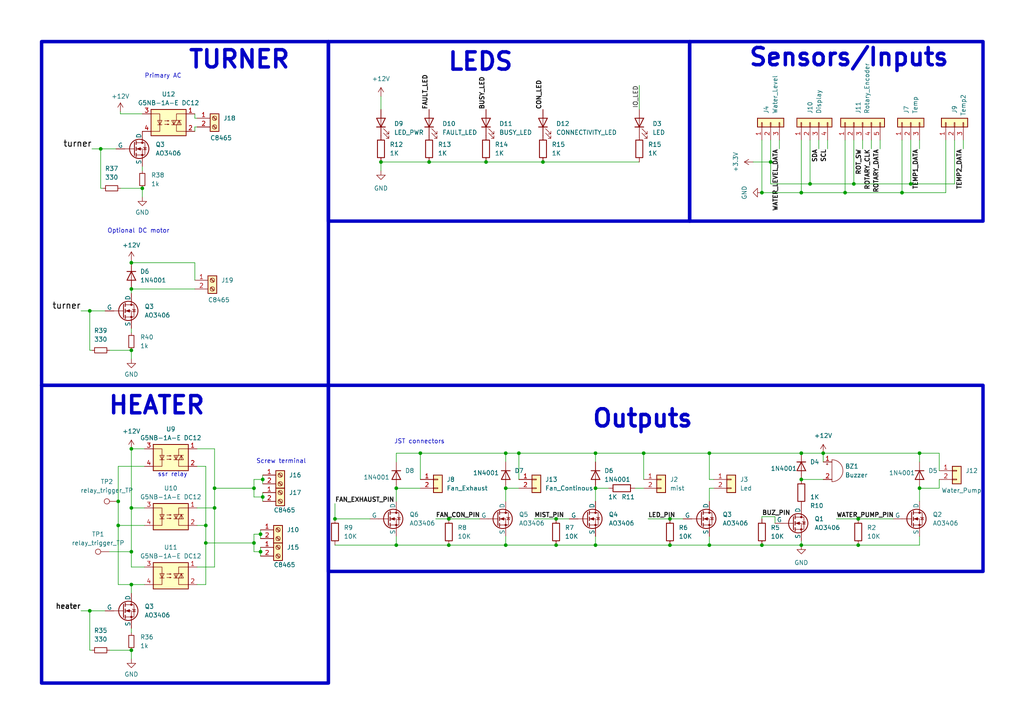
<source format=kicad_sch>
(kicad_sch (version 20230121) (generator eeschema)
  (paper "A4")
  (lib_symbols
    (symbol "Connector:Screw_Terminal_01x02" (pin_names (offset 1.016) hide)
      (property "Reference" "J" (at 0 2.54 0))
      (property "Value" "Screw_Terminal_01x02" (at 0 -5.08 0))
      (symbol "Screw_Terminal_01x02_1_1"
        (rectangle (start -1.27 1.27) (end 1.27 -3.81) (stroke (width 0.254)) (fill (type background)))
        (circle (center 0 -2.54) (radius 0.635) (stroke (width 0.1524)))
        (polyline (pts (xy -0.5334 -2.2098) (xy 0.3302 -3.048)) (stroke (width 0.1524)))
        (polyline (pts (xy -0.5334 0.3302) (xy 0.3302 -0.508)) (stroke (width 0.1524)))
        (polyline (pts (xy -0.3556 -2.032) (xy 0.508 -2.8702)) (stroke (width 0.1524)))
        (polyline (pts (xy -0.3556 0.508) (xy 0.508 -0.3302)) (stroke (width 0.1524)))
        (circle (center 0 0) (radius 0.635) (stroke (width 0.1524)))
        (pin passive line (at -5.08 0 0) (length 3.81) (name "Pin_1") (number "1"))
        (pin passive line (at -5.08 -2.54 0) (length 3.81) (name "Pin_2") (number "2"))
      )
    )
    (symbol "Connector:TestPoint" (pin_numbers hide) (pin_names (offset 0.762) hide)
      (property "Reference" "TP" (at 0 6.858 0))
      (property "Value" "TestPoint" (at 0 5.08 0))
      (symbol "TestPoint_0_1"
        (circle (center 0 3.302) (radius 0.762))
      )
      (symbol "TestPoint_1_1"
        (pin passive line (at 0 0 90) (length 2.54) (name "1") (number "1"))
      )
    )
    (symbol "Connector_Generic:Conn_01x02" (pin_names (offset 1.016) hide)
      (property "Reference" "J" (at 0 2.54 0))
      (property "Value" "Conn_01x02" (at 0 -5.08 0))
      (symbol "Conn_01x02_1_1"
        (rectangle (start -1.27 -2.413) (end 0 -2.667) (stroke (width 0.1524)))
        (rectangle (start -1.27 0.127) (end 0 -0.127) (stroke (width 0.1524)))
        (rectangle (start -1.27 1.27) (end 1.27 -3.81) (stroke (width 0.254)) (fill (type background)))
        (pin passive line (at -5.08 0 0) (length 3.81) (name "Pin_1") (number "1"))
        (pin passive line (at -5.08 -2.54 0) (length 3.81) (name "Pin_2") (number "2"))
      )
    )
    (symbol "Connector_Generic:Conn_01x03" (pin_names (offset 1.016) hide)
      (property "Reference" "J" (at 0 5.08 0))
      (property "Value" "Conn_01x03" (at 0 -5.08 0))
      (symbol "Conn_01x03_1_1"
        (rectangle (start -1.27 -2.413) (end 0 -2.667) (stroke (width 0.1524)))
        (rectangle (start -1.27 0.127) (end 0 -0.127) (stroke (width 0.1524)))
        (rectangle (start -1.27 2.667) (end 0 2.413) (stroke (width 0.1524)))
        (rectangle (start -1.27 3.81) (end 1.27 -3.81) (stroke (width 0.254)) (fill (type background)))
        (pin passive line (at -5.08 2.54 0) (length 3.81) (name "Pin_1") (number "1"))
        (pin passive line (at -5.08 0 0) (length 3.81) (name "Pin_2") (number "2"))
        (pin passive line (at -5.08 -2.54 0) (length 3.81) (name "Pin_3") (number "3"))
      )
    )
    (symbol "Connector_Generic:Conn_01x04" (pin_names (offset 1.016) hide)
      (property "Reference" "J" (at 0 5.08 0))
      (property "Value" "Conn_01x04" (at 0 -7.62 0))
      (symbol "Conn_01x04_1_1"
        (rectangle (start -1.27 -4.953) (end 0 -5.207) (stroke (width 0.1524)))
        (rectangle (start -1.27 -2.413) (end 0 -2.667) (stroke (width 0.1524)))
        (rectangle (start -1.27 0.127) (end 0 -0.127) (stroke (width 0.1524)))
        (rectangle (start -1.27 2.667) (end 0 2.413) (stroke (width 0.1524)))
        (rectangle (start -1.27 3.81) (end 1.27 -6.35) (stroke (width 0.254)) (fill (type background)))
        (pin passive line (at -5.08 2.54 0) (length 3.81) (name "Pin_1") (number "1"))
        (pin passive line (at -5.08 0 0) (length 3.81) (name "Pin_2") (number "2"))
        (pin passive line (at -5.08 -2.54 0) (length 3.81) (name "Pin_3") (number "3"))
        (pin passive line (at -5.08 -5.08 0) (length 3.81) (name "Pin_4") (number "4"))
      )
    )
    (symbol "Connector_Generic:Conn_01x05" (pin_names (offset 1.016) hide)
      (property "Reference" "J" (at 0 7.62 0))
      (property "Value" "Conn_01x05" (at 0 -7.62 0))
      (symbol "Conn_01x05_1_1"
        (rectangle (start -1.27 -4.953) (end 0 -5.207) (stroke (width 0.1524)))
        (rectangle (start -1.27 -2.413) (end 0 -2.667) (stroke (width 0.1524)))
        (rectangle (start -1.27 0.127) (end 0 -0.127) (stroke (width 0.1524)))
        (rectangle (start -1.27 2.667) (end 0 2.413) (stroke (width 0.1524)))
        (rectangle (start -1.27 5.207) (end 0 4.953) (stroke (width 0.1524)))
        (rectangle (start -1.27 6.35) (end 1.27 -6.35) (stroke (width 0.254)) (fill (type background)))
        (pin passive line (at -5.08 5.08 0) (length 3.81) (name "Pin_1") (number "1"))
        (pin passive line (at -5.08 2.54 0) (length 3.81) (name "Pin_2") (number "2"))
        (pin passive line (at -5.08 0 0) (length 3.81) (name "Pin_3") (number "3"))
        (pin passive line (at -5.08 -2.54 0) (length 3.81) (name "Pin_4") (number "4"))
        (pin passive line (at -5.08 -5.08 0) (length 3.81) (name "Pin_5") (number "5"))
      )
    )
    (symbol "Device:Buzzer" (pin_names (offset 0.0254) hide)
      (property "Reference" "BZ" (at 3.81 1.27 0))
      (property "Value" "Buzzer" (at 3.81 -1.27 0))
      (symbol "Buzzer_0_1"
        (arc (start 0 -3.175) (mid 3.1612 0) (end 0 3.175))
        (polyline (pts (xy -1.651 1.905) (xy -1.143 1.905)))
        (polyline (pts (xy -1.397 2.159) (xy -1.397 1.651)))
        (polyline (pts (xy 0 3.175) (xy 0 -3.175)))
      )
      (symbol "Buzzer_1_1"
        (pin passive line (at -2.54 2.54 0) (length 2.54) (name "-") (number "1"))
        (pin passive line (at -2.54 -2.54 0) (length 2.54) (name "+") (number "2"))
      )
    )
    (symbol "Device:LED" (pin_numbers hide) (pin_names (offset 1.016) hide)
      (property "Reference" "D" (at 0 2.54 0))
      (property "Value" "LED" (at 0 -2.54 0))
      (symbol "LED_0_1"
        (polyline (pts (xy -1.27 -1.27) (xy -1.27 1.27)) (stroke (width 0.254)))
        (polyline (pts (xy -1.27 0) (xy 1.27 0)))
        (polyline (pts (xy 1.27 -1.27) (xy 1.27 1.27) (xy -1.27 0) (xy 1.27 -1.27)) (stroke (width 0.254)))
        (polyline (pts (xy -3.048 -0.762) (xy -4.572 -2.286) (xy -3.81 -2.286) (xy -4.572 -2.286) (xy -4.572 -1.524)))
        (polyline (pts (xy -1.778 -0.762) (xy -3.302 -2.286) (xy -2.54 -2.286) (xy -3.302 -2.286) (xy -3.302 -1.524)))
      )
      (symbol "LED_1_1"
        (pin passive line (at -3.81 0 0) (length 2.54) (name "K") (number "1"))
        (pin passive line (at 3.81 0 180) (length 2.54) (name "A") (number "2"))
      )
    )
    (symbol "Device:R" (pin_numbers hide) (pin_names (offset 0))
      (property "Reference" "R" (at 2.032 0 90))
      (property "Value" "R" (at 0 0 90))
      (symbol "R_0_1"
        (rectangle (start -1.016 -2.54) (end 1.016 2.54) (stroke (width 0.254)))
      )
      (symbol "R_1_1"
        (pin passive line (at 0 3.81 270) (length 1.27) (name "~") (number "1"))
        (pin passive line (at 0 -3.81 90) (length 1.27) (name "~") (number "2"))
      )
    )
    (symbol "Device:R_Small" (pin_numbers hide) (pin_names (offset 0.254) hide)
      (property "Reference" "R" (at 0.762 0.508 0))
      (property "Value" "R_Small" (at 0.762 -1.016 0))
      (symbol "R_Small_0_1"
        (rectangle (start -0.762 1.778) (end 0.762 -1.778) (stroke (width 0.2032)))
      )
      (symbol "R_Small_1_1"
        (pin passive line (at 0 2.54 270) (length 0.762) (name "~") (number "1"))
        (pin passive line (at 0 -2.54 90) (length 0.762) (name "~") (number "2"))
      )
    )
    (symbol "Diode:1N4001" (pin_numbers hide) (pin_names hide)
      (property "Reference" "D" (at 0 2.54 0))
      (property "Value" "1N4001" (at 0 -2.54 0))
      (symbol "1N4001_0_1"
        (polyline (pts (xy -1.27 1.27) (xy -1.27 -1.27)) (stroke (width 0.254)))
        (polyline (pts (xy 1.27 0) (xy -1.27 0)))
        (polyline (pts (xy 1.27 1.27) (xy 1.27 -1.27) (xy -1.27 0) (xy 1.27 1.27)) (stroke (width 0.254)))
      )
      (symbol "1N4001_1_1"
        (pin passive line (at -3.81 0 0) (length 2.54) (name "K") (number "1"))
        (pin passive line (at 3.81 0 180) (length 2.54) (name "A") (number "2"))
      )
    )
    (symbol "Relay_SolidState:S102S01"
      (property "Reference" "U" (at -5.08 5.08 0))
      (property "Value" "S102S01" (at 0 5.08 0))
      (symbol "S102S01_0_1"
        (rectangle (start -5.08 3.81) (end 5.08 -3.81) (stroke (width 0.254)) (fill (type background)))
        (polyline (pts (xy -3.175 -0.635) (xy -1.905 -0.635)))
        (polyline (pts (xy 1.524 -0.635) (xy 1.524 0.635)))
        (polyline (pts (xy 3.048 0.635) (xy 3.048 -0.635)))
        (polyline (pts (xy 2.286 -0.635) (xy 2.286 -2.54) (xy 5.08 -2.54)))
        (polyline (pts (xy 2.286 0.635) (xy 2.286 2.54) (xy 5.08 2.54)))
        (polyline (pts (xy -5.08 2.54) (xy -2.54 2.54) (xy -2.54 -2.54) (xy -5.08 -2.54)))
        (polyline (pts (xy -2.54 -0.635) (xy -3.175 0.635) (xy -1.905 0.635) (xy -2.54 -0.635)))
        (polyline (pts (xy 0.889 -0.635) (xy 3.683 -0.635) (xy 3.048 0.635) (xy 2.413 -0.635)))
        (polyline (pts (xy 3.683 0.635) (xy 0.889 0.635) (xy 1.524 -0.635) (xy 2.159 0.635)))
        (polyline (pts (xy -1.143 -0.508) (xy 0.127 -0.508) (xy -0.254 -0.635) (xy -0.254 -0.381) (xy 0.127 -0.508)))
        (polyline (pts (xy -1.143 0.508) (xy 0.127 0.508) (xy -0.254 0.381) (xy -0.254 0.635) (xy 0.127 0.508)))
      )
      (symbol "S102S01_1_1"
        (pin passive line (at 7.62 2.54 180) (length 2.54) (name "~") (number "1"))
        (pin passive line (at 7.62 -2.54 180) (length 2.54) (name "~") (number "2"))
        (pin passive line (at -7.62 2.54 0) (length 2.54) (name "~") (number "3"))
        (pin passive line (at -7.62 -2.54 0) (length 2.54) (name "~") (number "4"))
      )
    )
    (symbol "Simulation_SPICE:NMOS" (pin_numbers hide) (pin_names (offset 0))
      (property "Reference" "Q" (at 5.08 1.27 0))
      (property "Value" "NMOS" (at 5.08 -1.27 0))
      (symbol "NMOS_0_1"
        (polyline (pts (xy 0.254 0) (xy -2.54 0)))
        (polyline (pts (xy 0.254 1.905) (xy 0.254 -1.905)) (stroke (width 0.254)))
        (polyline (pts (xy 0.762 -1.27) (xy 0.762 -2.286)) (stroke (width 0.254)))
        (polyline (pts (xy 0.762 0.508) (xy 0.762 -0.508)) (stroke (width 0.254)))
        (polyline (pts (xy 0.762 2.286) (xy 0.762 1.27)) (stroke (width 0.254)))
        (polyline (pts (xy 2.54 2.54) (xy 2.54 1.778)))
        (polyline (pts (xy 2.54 -2.54) (xy 2.54 0) (xy 0.762 0)))
        (polyline (pts (xy 0.762 -1.778) (xy 3.302 -1.778) (xy 3.302 1.778) (xy 0.762 1.778)))
        (polyline (pts (xy 1.016 0) (xy 2.032 0.381) (xy 2.032 -0.381) (xy 1.016 0)) (fill (type outline)))
        (polyline (pts (xy 2.794 0.508) (xy 2.921 0.381) (xy 3.683 0.381) (xy 3.81 0.254)))
        (polyline (pts (xy 3.302 0.381) (xy 2.921 -0.254) (xy 3.683 -0.254) (xy 3.302 0.381)))
        (circle (center 1.651 0) (radius 2.794) (stroke (width 0.254)))
        (circle (center 2.54 -1.778) (radius 0.254) (fill (type outline)))
        (circle (center 2.54 1.778) (radius 0.254) (fill (type outline)))
      )
      (symbol "NMOS_1_1"
        (pin passive line (at 2.54 5.08 270) (length 2.54) (name "D") (number "1"))
        (pin input line (at -5.08 0 0) (length 2.54) (name "G") (number "2"))
        (pin passive line (at 2.54 -5.08 90) (length 2.54) (name "S") (number "3"))
      )
    )
    (symbol "power:+12V" (power) (pin_names (offset 0))
      (property "Value" "+12V" (at 0 3.556 0))
      (symbol "+12V_0_1"
        (polyline (pts (xy -0.762 1.27) (xy 0 2.54)))
        (polyline (pts (xy 0 0) (xy 0 2.54)))
        (polyline (pts (xy 0 2.54) (xy 0.762 1.27)))
      )
      (symbol "+12V_1_1"
        (pin power_in line (at 0 0 90) (length 0) hide (name "+12V") (number "1"))
      )
    )
    (symbol "power:+3.3V" (power) (pin_names (offset 0))
      (property "Value" "+3.3V" (at 0 3.556 0))
      (symbol "+3.3V_0_1"
        (polyline (pts (xy -0.762 1.27) (xy 0 2.54)))
        (polyline (pts (xy 0 0) (xy 0 2.54)))
        (polyline (pts (xy 0 2.54) (xy 0.762 1.27)))
      )
      (symbol "+3.3V_1_1"
        (pin power_in line (at 0 0 90) (length 0) hide (name "+3.3V") (number "1"))
      )
    )
    (symbol "power:GND" (power) (pin_names (offset 0))
      (property "Value" "GND" (at 0 -3.81 0))
      (symbol "GND_0_1"
        (polyline (pts (xy 0 0) (xy 0 -1.27) (xy 1.27 -1.27) (xy 0 -2.54) (xy -1.27 -1.27) (xy 0 -1.27)))
      )
      (symbol "GND_1_1"
        (pin power_in line (at 0 0 270) (length 0) hide (name "GND") (number "1"))
      )
    )
  )
  (junction (at 38.1 130.175))
  (junction (at 75.565 154.94))
  (junction (at 248.92 158.115))
  (junction (at 38.1 169.545))
  (junction (at 41.275 54.61))
  (junction (at 186.69 131.445))
  (junction (at 130.175 150.495))
  (junction (at 76.2 139.065))
  (junction (at 194.31 158.115))
  (junction (at 232.41 158.115))
  (junction (at 26.035 177.165))
  (junction (at 110.49 46.99))
  (junction (at 146.685 158.115))
  (junction (at 266.7 131.445))
  (junction (at 75.565 160.02))
  (junction (at 238.76 131.445))
  (junction (at 76.2 144.145))
  (junction (at 205.74 158.115))
  (junction (at 29.21 43.18))
  (junction (at 172.72 158.115))
  (junction (at 124.46 46.99))
  (junction (at 26.035 90.17))
  (junction (at 146.685 131.445))
  (junction (at 59.69 152.4))
  (junction (at 140.97 46.99))
  (junction (at 38.1 101.6))
  (junction (at 266.7 141.605))
  (junction (at 130.175 158.115))
  (junction (at 73.66 141.605))
  (junction (at 161.29 150.495))
  (junction (at 114.935 158.115))
  (junction (at 232.41 131.445))
  (junction (at 223.52 46.99))
  (junction (at 62.23 141.605))
  (junction (at 121.92 131.445))
  (junction (at 172.72 131.445))
  (junction (at 97.155 150.495))
  (junction (at 161.29 158.115))
  (junction (at 232.41 55.88))
  (junction (at 261.62 55.88))
  (junction (at 220.98 55.88))
  (junction (at 220.98 158.115))
  (junction (at 234.95 53.34))
  (junction (at 62.23 147.32))
  (junction (at 232.41 139.065))
  (junction (at 38.1 76.2))
  (junction (at 247.65 53.34))
  (junction (at 59.69 157.48))
  (junction (at 146.685 141.605))
  (junction (at 248.92 150.495))
  (junction (at 264.16 53.34))
  (junction (at 114.935 141.605))
  (junction (at 38.1 147.32))
  (junction (at 194.31 150.495))
  (junction (at 157.48 46.99))
  (junction (at 38.1 83.82))
  (junction (at 150.495 131.445))
  (junction (at 38.1 188.595))
  (junction (at 73.66 157.48))
  (junction (at 38.1 160.02))
  (junction (at 205.74 131.445))
  (junction (at 34.29 145.415))
  (junction (at 245.11 55.88))
  (junction (at 172.72 141.605))
  (junction (at 34.29 152.4))
  (wire (pts (xy 26.67 43.18) (xy 29.21 43.18)))
  (wire (pts (xy 76.2 142.875) (xy 76.2 144.145)))
  (wire (pts (xy 185.42 46.99) (xy 157.48 46.99)))
  (wire (pts (xy 114.935 131.445) (xy 121.92 131.445)))
  (wire (pts (xy 38.1 188.595) (xy 38.1 191.135)))
  (wire (pts (xy 38.1 83.82) (xy 38.1 85.09)))
  (wire (pts (xy 264.16 40.64) (xy 264.16 53.34)))
  (wire (pts (xy 264.16 53.34) (xy 247.65 53.34)))
  (wire (pts (xy 38.1 96.52) (xy 38.1 95.25)))
  (wire (pts (xy 62.23 141.605) (xy 62.23 147.32)))
  (wire (pts (xy 29.21 43.18) (xy 29.21 54.61)))
  (wire (pts (xy 62.23 147.32) (xy 62.23 164.465)))
  (wire (pts (xy 62.23 130.175) (xy 57.15 130.175)))
  (wire (pts (xy 38.1 101.6) (xy 38.1 104.14)))
  (wire (pts (xy 34.925 33.02) (xy 34.925 32.385)))
  (wire (pts (xy 276.86 53.34) (xy 264.16 53.34)))
  (wire (pts (xy 232.41 55.88) (xy 220.98 55.88)))
  (wire (pts (xy 252.73 43.18) (xy 252.73 40.64)))
  (wire (pts (xy 73.66 141.605) (xy 73.66 139.065)))
  (wire (pts (xy 62.23 130.175) (xy 62.23 141.605)))
  (wire (pts (xy 124.46 46.99) (xy 140.97 46.99)))
  (wire (pts (xy 110.49 27.94) (xy 110.49 31.75)))
  (wire (pts (xy 56.515 83.82) (xy 38.1 83.82)))
  (wire (pts (xy 31.75 160.02) (xy 38.1 160.02)))
  (wire (pts (xy 38.1 75.565) (xy 38.1 76.2)))
  (wire (pts (xy 207.01 141.605) (xy 205.74 141.605)))
  (wire (pts (xy 161.29 150.495) (xy 165.1 150.495)))
  (wire (pts (xy 172.72 158.115) (xy 172.72 155.575)))
  (wire (pts (xy 38.1 147.32) (xy 41.91 147.32)))
  (wire (pts (xy 34.29 135.255) (xy 34.29 145.415)))
  (wire (pts (xy 266.7 131.445) (xy 266.7 133.985)))
  (wire (pts (xy 247.65 53.34) (xy 234.95 53.34)))
  (wire (pts (xy 41.275 54.61) (xy 41.275 57.15)))
  (wire (pts (xy 272.415 136.525) (xy 272.415 131.445)))
  (wire (pts (xy 223.52 40.64) (xy 223.52 46.99)))
  (wire (pts (xy 56.515 34.29) (xy 57.15 34.29)))
  (wire (pts (xy 73.66 139.065) (xy 76.2 139.065)))
  (wire (pts (xy 232.41 131.445) (xy 238.76 131.445)))
  (wire (pts (xy 126.365 150.495) (xy 130.175 150.495)))
  (wire (pts (xy 172.72 131.445) (xy 172.72 133.985)))
  (wire (pts (xy 31.75 101.6) (xy 38.1 101.6)))
  (wire (pts (xy 232.41 40.64) (xy 232.41 55.88)))
  (wire (pts (xy 26.035 101.6) (xy 26.67 101.6)))
  (wire (pts (xy 238.76 131.445) (xy 238.76 133.985)))
  (wire (pts (xy 75.565 153.67) (xy 75.565 154.94)))
  (wire (pts (xy 23.495 90.17) (xy 26.035 90.17)))
  (wire (pts (xy 220.98 149.86) (xy 224.79 149.86)))
  (wire (pts (xy 276.86 40.64) (xy 276.86 53.34)))
  (wire (pts (xy 59.69 157.48) (xy 73.66 157.48)))
  (wire (pts (xy 218.44 46.99) (xy 223.52 46.99)))
  (wire (pts (xy 41.91 130.175) (xy 38.1 130.175)))
  (wire (pts (xy 41.91 164.465) (xy 38.1 164.465)))
  (wire (pts (xy 205.74 139.065) (xy 207.01 139.065)))
  (wire (pts (xy 161.29 158.115) (xy 172.72 158.115)))
  (wire (pts (xy 194.31 158.115) (xy 205.74 158.115)))
  (wire (pts (xy 75.565 158.75) (xy 75.565 160.02)))
  (wire (pts (xy 76.2 144.145) (xy 73.66 144.145)))
  (wire (pts (xy 41.91 152.4) (xy 34.29 152.4)))
  (wire (pts (xy 114.935 131.445) (xy 114.935 133.985)))
  (wire (pts (xy 245.11 55.88) (xy 232.41 55.88)))
  (wire (pts (xy 205.74 131.445) (xy 232.41 131.445)))
  (wire (pts (xy 97.155 158.115) (xy 114.935 158.115)))
  (wire (pts (xy 56.515 34.29) (xy 56.515 33.02)))
  (wire (pts (xy 220.98 158.115) (xy 232.41 158.115)))
  (wire (pts (xy 232.41 139.065) (xy 238.76 139.065)))
  (wire (pts (xy 186.69 131.445) (xy 205.74 131.445)))
  (wire (pts (xy 26.035 90.17) (xy 30.48 90.17)))
  (wire (pts (xy 220.98 149.86) (xy 220.98 150.495)))
  (wire (pts (xy 266.7 141.605) (xy 272.415 141.605)))
  (wire (pts (xy 172.72 141.605) (xy 176.53 141.605)))
  (wire (pts (xy 73.66 160.02) (xy 75.565 160.02)))
  (wire (pts (xy 234.95 40.64) (xy 234.95 53.34)))
  (wire (pts (xy 31.75 188.595) (xy 38.1 188.595)))
  (wire (pts (xy 146.685 131.445) (xy 146.685 133.985)))
  (wire (pts (xy 172.72 158.115) (xy 194.31 158.115)))
  (wire (pts (xy 34.29 152.4) (xy 34.29 169.545)))
  (wire (pts (xy 234.95 53.34) (xy 223.52 53.34)))
  (wire (pts (xy 150.495 131.445) (xy 172.72 131.445)))
  (wire (pts (xy 38.1 164.465) (xy 38.1 160.02)))
  (wire (pts (xy 172.72 141.605) (xy 172.72 145.415)))
  (wire (pts (xy 26.035 177.165) (xy 26.035 188.595)))
  (wire (pts (xy 220.98 40.64) (xy 220.98 55.88)))
  (wire (pts (xy 62.23 141.605) (xy 73.66 141.605)))
  (wire (pts (xy 266.7 40.64) (xy 266.7 43.18)))
  (wire (pts (xy 274.32 55.88) (xy 261.62 55.88)))
  (wire (pts (xy 232.41 156.845) (xy 232.41 158.115)))
  (wire (pts (xy 186.69 141.605) (xy 184.15 141.605)))
  (wire (pts (xy 56.515 36.83) (xy 57.15 36.83)))
  (wire (pts (xy 34.29 169.545) (xy 38.1 169.545)))
  (wire (pts (xy 232.41 158.115) (xy 248.92 158.115)))
  (wire (pts (xy 186.69 131.445) (xy 186.69 139.065)))
  (wire (pts (xy 274.32 40.64) (xy 274.32 55.88)))
  (wire (pts (xy 57.15 169.545) (xy 59.69 169.545)))
  (wire (pts (xy 59.69 135.255) (xy 59.69 152.4)))
  (wire (pts (xy 26.035 188.595) (xy 26.67 188.595)))
  (wire (pts (xy 75.565 154.94) (xy 75.565 156.21)))
  (wire (pts (xy 150.495 131.445) (xy 150.495 139.065)))
  (wire (pts (xy 247.65 40.64) (xy 247.65 53.34)))
  (wire (pts (xy 41.91 135.255) (xy 34.29 135.255)))
  (wire (pts (xy 73.66 157.48) (xy 73.66 160.02)))
  (wire (pts (xy 146.685 158.115) (xy 161.29 158.115)))
  (wire (pts (xy 261.62 40.64) (xy 261.62 55.88)))
  (wire (pts (xy 76.2 137.795) (xy 76.2 139.065)))
  (wire (pts (xy 205.74 141.605) (xy 205.74 145.415)))
  (wire (pts (xy 75.565 160.02) (xy 75.565 161.29)))
  (wire (pts (xy 223.52 46.99) (xy 223.52 53.34)))
  (wire (pts (xy 245.11 40.64) (xy 245.11 55.88)))
  (wire (pts (xy 140.97 46.99) (xy 157.48 46.99)))
  (wire (pts (xy 248.92 150.495) (xy 259.08 150.495)))
  (wire (pts (xy 57.15 135.255) (xy 59.69 135.255)))
  (wire (pts (xy 205.74 158.115) (xy 205.74 155.575)))
  (wire (pts (xy 248.92 158.115) (xy 266.7 158.115)))
  (wire (pts (xy 38.1 130.175) (xy 38.1 147.32)))
  (wire (pts (xy 240.03 40.64) (xy 240.03 43.18)))
  (wire (pts (xy 38.1 169.545) (xy 38.1 172.085)))
  (wire (pts (xy 172.72 131.445) (xy 186.69 131.445)))
  (wire (pts (xy 57.15 147.32) (xy 62.23 147.32)))
  (wire (pts (xy 26.035 177.165) (xy 30.48 177.165)))
  (wire (pts (xy 146.685 158.115) (xy 146.685 155.575)))
  (wire (pts (xy 154.94 150.495) (xy 161.29 150.495)))
  (wire (pts (xy 59.69 152.4) (xy 59.69 157.48)))
  (wire (pts (xy 38.1 160.02) (xy 38.1 147.32)))
  (wire (pts (xy 110.49 49.53) (xy 110.49 46.99)))
  (wire (pts (xy 279.4 40.64) (xy 279.4 43.18)))
  (wire (pts (xy 121.92 139.065) (xy 121.92 131.445)))
  (wire (pts (xy 261.62 55.88) (xy 245.11 55.88)))
  (wire (pts (xy 59.69 157.48) (xy 59.69 169.545)))
  (wire (pts (xy 114.935 158.115) (xy 130.175 158.115)))
  (wire (pts (xy 237.49 40.64) (xy 237.49 43.18)))
  (wire (pts (xy 26.035 90.17) (xy 26.035 101.6)))
  (wire (pts (xy 272.415 141.605) (xy 272.415 139.065)))
  (wire (pts (xy 29.21 43.18) (xy 33.655 43.18)))
  (wire (pts (xy 266.7 140.97) (xy 266.7 141.605)))
  (wire (pts (xy 76.2 139.065) (xy 76.2 140.335)))
  (wire (pts (xy 73.66 144.145) (xy 73.66 141.605)))
  (wire (pts (xy 238.76 131.445) (xy 266.7 131.445)))
  (wire (pts (xy 41.275 49.53) (xy 41.275 48.26)))
  (wire (pts (xy 130.175 150.495) (xy 139.065 150.495)))
  (wire (pts (xy 114.935 141.605) (xy 121.92 141.605)))
  (wire (pts (xy 114.935 141.605) (xy 114.935 145.415)))
  (wire (pts (xy 266.7 141.605) (xy 266.7 145.415)))
  (wire (pts (xy 34.925 54.61) (xy 41.275 54.61)))
  (wire (pts (xy 38.1 183.515) (xy 38.1 182.245)))
  (wire (pts (xy 187.96 150.495) (xy 194.31 150.495)))
  (wire (pts (xy 226.06 43.18) (xy 226.06 40.64)))
  (wire (pts (xy 130.175 158.115) (xy 146.685 158.115)))
  (wire (pts (xy 205.74 131.445) (xy 205.74 139.065)))
  (wire (pts (xy 110.49 46.99) (xy 124.46 46.99)))
  (wire (pts (xy 73.66 154.94) (xy 73.66 157.48)))
  (wire (pts (xy 185.42 24.765) (xy 185.42 31.75)))
  (wire (pts (xy 38.1 76.2) (xy 56.515 76.2)))
  (wire (pts (xy 224.79 151.765) (xy 224.79 149.86)))
  (wire (pts (xy 57.15 164.465) (xy 62.23 164.465)))
  (wire (pts (xy 242.57 150.495) (xy 248.92 150.495)))
  (wire (pts (xy 23.495 177.165) (xy 26.035 177.165)))
  (wire (pts (xy 97.155 150.495) (xy 107.315 150.495)))
  (wire (pts (xy 34.29 145.415) (xy 34.29 152.4)))
  (wire (pts (xy 146.685 131.445) (xy 150.495 131.445)))
  (wire (pts (xy 56.515 36.83) (xy 56.515 38.1)))
  (wire (pts (xy 41.91 169.545) (xy 38.1 169.545)))
  (wire (pts (xy 41.275 33.02) (xy 34.925 33.02)))
  (wire (pts (xy 29.21 54.61) (xy 29.845 54.61)))
  (wire (pts (xy 114.935 158.115) (xy 114.935 155.575)))
  (wire (pts (xy 75.565 154.94) (xy 73.66 154.94)))
  (wire (pts (xy 255.27 43.18) (xy 255.27 40.64)))
  (wire (pts (xy 205.74 158.115) (xy 220.98 158.115)))
  (wire (pts (xy 97.155 146.05) (xy 97.155 150.495)))
  (wire (pts (xy 56.515 76.2) (xy 56.515 81.28)))
  (wire (pts (xy 194.31 150.495) (xy 198.12 150.495)))
  (wire (pts (xy 266.7 131.445) (xy 272.415 131.445)))
  (wire (pts (xy 146.685 141.605) (xy 150.495 141.605)))
  (wire (pts (xy 266.7 158.115) (xy 266.7 155.575)))
  (wire (pts (xy 146.685 141.605) (xy 146.685 145.415)))
  (wire (pts (xy 121.92 131.445) (xy 146.685 131.445)))
  (wire (pts (xy 59.69 152.4) (xy 57.15 152.4)))
  (wire (pts (xy 250.19 43.18) (xy 250.19 40.64)))
  (wire (pts (xy 76.2 144.145) (xy 76.2 145.415)))
  (rectangle (start 95.25 111.76) (end 285.115 165.735) (stroke (width 1)))
  (rectangle (start 12.065 111.76) (end 95.25 198.12) (stroke (width 1)))
  (rectangle (start 12.065 12.065) (end 95.25 111.76) (stroke (width 1)))
  (rectangle (start 200.025 12.065) (end 285.115 64.135) (stroke (width 1)))
  (rectangle (start 95.25 12.065) (end 200.025 64.135) (stroke (width 1)))
  (text "JST connectors\n" (at 114.3 128.905 0) (effects (font (size 1.27 1.27)) (justify left bottom)))
  (text "Optional DC motor\n\n" (at 31.115 69.85 0) (effects (font (size 1.27 1.27)) (justify left bottom)))
  (text "Outputs" (at 171.45 124.46 0) (effects (font (size 5 5) (thickness 1) bold) (justify left bottom)))
  (text "LEDS\n" (at 129.54 20.955 0) (effects (font (size 5 5) (thickness 1) bold) (justify left bottom)))
  (text "TURNER\n" (at 84.455 20.32 0) (effects (font (size 5 5) (thickness 1) bold) (justify right bottom)))
  (text "Sensors/Inputs" (at 275.59 19.685 0) (effects (font (size 5 5) (thickness 1) bold) (justify right bottom)))
  (text "ssr relay\n" (at 45.72 138.43 0) (effects (font (size 1.27 1.27)) (justify left bottom)))
  (text "Screw terminal\n" (at 74.295 134.62 0) (effects (font (size 1.27 1.27)) (justify left bottom)))
  (text "HEATER" (at 31.115 120.65 0) (effects (font (size 5 5) (thickness 1) bold) (justify left bottom)))
  (text "Primary AC\n" (at 41.91 22.86 0) (effects (font (size 1.27 1.27)) (justify left bottom)))
  (label "MIST_PIN" (at 154.94 150.495 0) (effects (font bold)))
  (label "TEMP1_DATA" (at 266.7 43.18 270) (effects (font bold)))
  (label "heater" (at 23.495 177.165 180) (effects (font (size 1.5 1.5) (thickness 0.28) bold)))
  (label "TEMP2_DATA" (at 279.4 43.18 270) (effects (font bold)))
  (label "ROTARY_DATA" (at 255.27 43.18 270) (effects (font bold)))
  (label "ROTARY_CLK" (at 252.73 43.18 270) (effects (font bold)))
  (label "turner" (at 23.495 90.17 180) (effects (font (size 1.8 1.8) (thickness 0.254) bold)))
  (label "CON_LED" (at 157.48 31.75 90) (effects (font bold)))
  (label "FAN_EXHAUST_PIN" (at 97.155 146.05 0) (effects (font bold)))
  (label "WATER_PUMP_PIN" (at 242.57 150.495 0) (effects (font bold)))
  (label "BUZ_PIN" (at 220.98 149.86 0) (effects (font bold)))
  (label "IO_LED" (at 185.42 24.765 270))
  (label "BUSY_LED" (at 140.97 31.75 90) (effects (font bold)))
  (label "SCL" (at 240.03 43.18 270) (effects (font bold)))
  (label "SDA" (at 237.49 43.18 270) (effects (font bold)))
  (label "FAN_CON_PIN" (at 126.365 150.495 0) (effects (font bold)))
  (label "turner" (at 26.67 43.18 180) (effects (font (size 1.8 1.8) (thickness 0.254) bold)))
  (label "WATER_LEVEL_DATA" (at 226.06 43.18 270) (effects (font bold)))
  (label "FAULT_LED" (at 124.46 31.75 90) (effects (font bold)))
  (label "LED_PIN" (at 187.96 150.495 0) (effects (font bold)))
  (label "ROT_SW" (at 250.19 43.18 270) (effects (font bold)))
  (symbol (lib_id "Connector:Screw_Terminal_01x02") (at 81.28 137.795 0) (unit 1)
    (property "Reference" "J10" (at 83.82 137.795 0) (effects (justify left)))
    (property "Value" "C8465" (at 79.375 147.955 0) (effects (justify left)))
    (instances (project "Capibator_PCB" (path "" (reference "J16") (unit 1))))
  )
  (symbol (lib_id "Device:R_Small") (at 41.275 52.07 0) (unit 1)
    (property "Reference" "R35" (at 43.815 50.8 0) (effects (justify left)))
    (property "Value" "1k" (at 43.815 53.34 0) (effects (justify left)))
    (instances (project "Capibator_PCB" (path "" (reference "R38") (unit 1))))
  )
  (symbol (lib_id "Relay_SolidState:S102S01") (at 49.53 149.86 0) (unit 1)
    (property "Reference" "U10" (at 49.53 141.605 0))
    (property "Value" "G5NB-1A-E DC12" (at 49.53 144.145 0))
    (property "Footprint" "Package_SIP:SIP4_Sharp-SSR_P7.62mm_Straight" (effects hide))
    (property "Datasheet" "http://www.sharp-world.com/products/device/lineup/data/pdf/datasheet/s102s01_e.pdf" (effects hide))
  )
  (symbol (lib_id "Device:R") (at 248.92 154.305 180) (unit 1)
    (property "Reference" "R2" (at 251.46 153.035 0) (effects (justify right)))
    (property "Value" "10K" (at 251.46 155.575 0) (effects (justify right)))
    (instances (project "Capibator_PCB" (path "" (reference "R2") (unit 1)) (path "" (reference "R11") (unit 1))))
  )
  (symbol (lib_id "power:GND") (at 232.41 158.115 0) (unit 1)
    (property "Reference" "#PWR016" (effects hide))
    (property "Value" "GND" (at 232.41 163.195 0))
  )
  (symbol (lib_id "Connector_Generic:Conn_01x02") (at 277.495 136.525 0) (unit 1)
    (property "Reference" "J12" (at 280.035 136.525 0) (effects (justify left)))
    (property "Value" "Water_Pump" (at 273.05 142.24 0) (effects (justify left)))
  )
  (symbol (lib_id "Connector:TestPoint") (at 34.29 145.415 90) (unit 1)
    (property "Reference" "TP1" (at 30.988 139.7 90))
    (property "Value" "relay_trigger_TP" (at 30.988 142.24 90))
    (property "Footprint" "Connector_PinHeader_2.54mm:PinHeader_1x01_P2.54mm_Horizontal" (effects hide))
    (instances (project "Capibator_PCB" (path "" (reference "TP2") (unit 1))))
  )
  (symbol (lib_id "power:+12V") (at 38.1 130.175 0) (unit 1)
    (property "Reference" "#PWR015" (effects hide))
    (property "Value" "+12V" (at 38.1 125.095 0))
    (instances (project "Capibator_PCB" (path "" (reference "#PWR015") (unit 1)) (path "" (reference "#PWR01") (unit 1))))
  )
  (symbol (lib_id "power:+3.3V") (at 218.44 46.99 90) (unit 1)
    (property "Reference" "#PWR022" (effects hide))
    (property "Value" "+3.3V" (at 213.36 46.99 0))
    (instances (project "Capibator_PCB" (path "" (reference "#PWR022") (unit 1)) (path "" (reference "#PWR019") (unit 1))))
  )
  (symbol (lib_id "Device:LED") (at 185.42 35.56 90) (unit 1)
    (property "Reference" "D3" (at 189.23 35.8775 90) (effects (justify right)))
    (property "Value" "LED" (at 189.23 38.4175 90) (effects (justify right)))
    (instances (project "Capibator_PCB" (path "" (reference "D3") (unit 1)) (path "" (reference "D3") (unit 1)) (path "" (reference "D11") (unit 1))))
  )
  (symbol (lib_id "power:GND") (at 38.1 191.135 0) (unit 1)
    (property "Reference" "#PWR06" (effects hide))
    (property "Value" "GND" (at 38.1 195.58 0))
  )
  (symbol (lib_id "power:+12V") (at 110.49 27.94 0) (unit 1)
    (property "Reference" "#PWR020" (effects hide))
    (property "Value" "+12V" (at 110.49 22.86 0))
  )
  (symbol (lib_id "Device:R") (at 130.175 154.305 180) (unit 1)
    (property "Reference" "R8" (at 132.715 153.035 0) (effects (justify right)))
    (property "Value" "10K" (at 132.715 155.575 0) (effects (justify right)))
    (instances (project "Capibator_PCB" (path "" (reference "R8") (unit 1)) (path "" (reference "R5") (unit 1))))
  )
  (symbol (lib_id "Device:LED") (at 157.48 35.56 90) (unit 1)
    (property "Reference" "D12" (at 161.29 35.8775 90) (effects (justify right)))
    (property "Value" "CONNECTIVITY_LED" (at 161.29 38.4175 90) (effects (justify right)))
    (instances (project "Capibator_PCB" (path "" (reference "D12") (unit 1)) (path "" (reference "D10") (unit 1))))
  )
  (symbol (lib_id "power:GND") (at 41.275 57.15 0) (unit 1)
    (property "Reference" "#PWR06" (effects hide))
    (property "Value" "GND" (at 41.275 61.595 0))
    (instances (project "Capibator_PCB" (path "" (reference "#PWR046") (unit 1))))
  )
  (symbol (lib_id "Device:LED") (at 124.46 35.56 90) (unit 1)
    (property "Reference" "D10" (at 128.27 35.8775 90) (effects (justify right)))
    (property "Value" "FAULT_LED" (at 128.27 38.4175 90) (effects (justify right)))
    (instances (project "Capibator_PCB" (path "" (reference "D10") (unit 1)) (path "" (reference "D3") (unit 1))))
  )
  (symbol (lib_id "Diode:1N4001") (at 266.7 137.795 270) (unit 1)
    (property "Reference" "D5" (at 269.24 136.525 90) (effects (justify left)))
    (property "Value" "1N4001" (at 257.81 137.16 90) (effects (justify left)))
    (property "Footprint" "Diode_THT:D_DO-41_SOD81_P10.16mm_Horizontal" (effects hide))
    (property "Datasheet" "http://www.vishay.com/docs/88503/1n4001.pdf" (effects hide))
    (property "Sim.Device" "D" (effects hide))
    (property "Sim.Pins" "1=K 2=A" (effects hide))
    (instances (project "Capibator_PCB" (path "" (reference "D5") (unit 1)) (path "" (reference "D8") (unit 1))))
  )
  (symbol (lib_id "Simulation_SPICE:NMOS") (at 35.56 177.165 0) (unit 1)
    (property "Reference" "Q3" (at 41.91 175.895 0) (effects (justify left)))
    (property "Value" "AO3406" (at 41.91 178.435 0) (effects (justify left)))
    (property "Datasheet" "https://ngspice.sourceforge.io/docs/ngspice-manual.pdf" (effects hide))
    (property "Sim.Device" "NMOS" (effects hide))
    (property "Sim.Type" "VDMOS" (effects hide))
    (property "Sim.Pins" "1=D 2=G 3=S" (effects hide))
    (instances (project "Capibator_PCB" (path "" (reference "Q3") (unit 1)) (path "" (reference "Q8") (unit 1))))
  )
  (symbol (lib_id "Device:LED") (at 140.97 35.56 90) (unit 1)
    (property "Reference" "D11" (at 144.78 35.8775 90) (effects (justify right)))
    (property "Value" "BUSY_LED" (at 144.78 38.4175 90) (effects (justify right)))
    (instances (project "Capibator_PCB" (path "" (reference "D11") (unit 1)) (path "" (reference "D9") (unit 1))))
  )
  (symbol (lib_id "Device:R") (at 157.48 43.18 0) (unit 1)
    (property "Reference" "R15" (at 160.02 41.91 0) (effects (justify left)))
    (property "Value" "1K" (at 160.02 44.45 0) (effects (justify left)))
  )
  (symbol (lib_id "Device:R_Small") (at 38.1 186.055 0) (unit 1)
    (property "Reference" "R35" (at 40.64 184.785 0) (effects (justify left)))
    (property "Value" "1k" (at 40.64 187.325 0) (effects (justify left)))
    (instances (project "Capibator_PCB" (path "" (reference "R36") (unit 1))))
  )
  (symbol (lib_id "Device:R_Small") (at 29.21 188.595 90) (unit 1)
    (property "Reference" "R36" (at 29.21 182.88 90))
    (property "Value" "330" (at 29.21 185.42 90))
    (instances (project "Capibator_PCB" (path "" (reference "R35") (unit 1))))
  )
  (symbol (lib_id "Device:R_Small") (at 29.21 101.6 90) (unit 1)
    (property "Reference" "R36" (at 29.21 95.885 90))
    (property "Value" "330" (at 29.21 98.425 90))
    (instances (project "Capibator_PCB" (path "" (reference "R39") (unit 1))))
  )
  (symbol (lib_id "Relay_SolidState:S102S01") (at 49.53 167.005 0) (unit 1)
    (property "Reference" "U11" (at 49.53 158.75 0))
    (property "Value" "G5NB-1A-E DC12" (at 49.53 161.29 0))
    (property "Footprint" "Package_SIP:SIP4_Sharp-SSR_P7.62mm_Straight" (effects hide))
    (property "Datasheet" "http://www.sharp-world.com/products/device/lineup/data/pdf/datasheet/s102s01_e.pdf" (effects hide))
  )
  (symbol (lib_id "Connector_Generic:Conn_01x02") (at 127 139.065 0) (unit 1)
    (property "Reference" "J8" (at 129.54 139.065 0) (effects (justify left)))
    (property "Value" "Fan_Exhaust" (at 129.54 141.605 0) (effects (justify left)))
    (instances (project "Capibator_PCB" (path "" (reference "J8") (unit 1)) (path "" (reference "J2") (unit 1))))
  )
  (symbol (lib_id "Device:Buzzer") (at 241.3 136.525 0) (unit 1)
    (property "Reference" "BZ1" (at 245.11 135.255 0) (effects (justify left)))
    (property "Value" "Buzzer" (at 245.11 137.795 0) (effects (justify left)))
  )
  (symbol (lib_id "power:GND") (at 110.49 49.53 0) (unit 1)
    (property "Reference" "#PWR021" (effects hide))
    (property "Value" "GND" (at 110.49 54.61 0))
  )
  (symbol (lib_id "power:+12V") (at 34.925 32.385 0) (unit 1)
    (property "Reference" "#PWR047" (effects hide))
    (property "Value" "+12V" (at 34.925 27.94 0))
    (instances (project "Capibator_PCB" (path "" (reference "#PWR07") (unit 1))))
  )
  (symbol (lib_id "Simulation_SPICE:NMOS") (at 112.395 150.495 0) (unit 1)
    (property "Reference" "Q6" (at 118.745 149.225 0) (effects (justify left)))
    (property "Value" "AO3406" (at 118.745 151.765 0) (effects (justify left)))
    (property "Datasheet" "https://ngspice.sourceforge.io/docs/ngspice-manual.pdf" (effects hide))
    (property "Sim.Device" "NMOS" (effects hide))
    (property "Sim.Type" "VDMOS" (effects hide))
    (property "Sim.Pins" "1=D 2=G 3=S" (effects hide))
    (instances (project "Capibator_PCB" (path "" (reference "Q6") (unit 1)) (path "" (reference "Q1") (unit 1))))
  )
  (symbol (lib_id "Device:R") (at 232.41 142.875 0) (unit 1)
    (property "Reference" "R10" (at 234.95 146.685 0) (effects (justify left)))
    (property "Value" "1K" (at 234.95 144.145 0) (effects (justify left)))
  )
  (symbol (lib_id "Device:R") (at 220.98 154.305 180) (unit 1)
    (property "Reference" "R5" (at 223.52 153.035 0) (effects (justify right)))
    (property "Value" "10K" (at 223.52 155.575 0) (effects (justify right)))
    (instances (project "Capibator_PCB" (path "" (reference "R5") (unit 1)) (path "" (reference "R9") (unit 1))))
  )
  (symbol (lib_id "Device:R") (at 110.49 43.18 0) (unit 1)
    (property "Reference" "R12" (at 113.03 41.91 0) (effects (justify left)))
    (property "Value" "1K" (at 113.03 44.45 0) (effects (justify left)))
  )
  (symbol (lib_id "Device:R") (at 161.29 154.305 180) (unit 1)
    (property "Reference" "R7" (at 163.83 153.035 0) (effects (justify right)))
    (property "Value" "10K" (at 163.83 155.575 0) (effects (justify right)))
    (instances (project "Capibator_PCB" (path "" (reference "R7") (unit 1)) (path "" (reference "R6") (unit 1))))
  )
  (symbol (lib_id "Connector:Screw_Terminal_01x02") (at 62.23 34.29 0) (unit 1)
    (property "Reference" "J10" (at 64.77 34.29 0) (effects (justify left)))
    (property "Value" "C8465" (at 60.96 40.005 0) (effects (justify left)))
    (instances (project "Capibator_PCB" (path "" (reference "J18") (unit 1))))
  )
  (symbol (lib_id "Device:R") (at 194.31 154.305 180) (unit 1)
    (property "Reference" "R6" (at 196.85 153.035 0) (effects (justify right)))
    (property "Value" "10K" (at 196.85 155.575 0) (effects (justify right)))
    (instances (project "Capibator_PCB" (path "" (reference "R6") (unit 1)) (path "" (reference "R8") (unit 1))))
  )
  (symbol (lib_id "Device:R_Small") (at 32.385 54.61 90) (unit 1)
    (property "Reference" "R36" (at 32.385 48.895 90))
    (property "Value" "330" (at 32.385 51.435 90))
    (instances (project "Capibator_PCB" (path "" (reference "R37") (unit 1))))
  )
  (symbol (lib_id "Connector:TestPoint") (at 31.75 160.02 90) (unit 1)
    (property "Reference" "TP2" (at 28.448 154.94 90))
    (property "Value" "relay_trigger_TP" (at 28.448 157.48 90))
    (property "Footprint" "Connector_PinHeader_2.54mm:PinHeader_1x01_P2.54mm_Horizontal" (effects hide))
    (instances (project "Capibator_PCB" (path "" (reference "TP1") (unit 1))))
  )
  (symbol (lib_id "power:GND") (at 38.1 104.14 0) (unit 1)
    (property "Reference" "#PWR06" (effects hide))
    (property "Value" "GND" (at 38.1 108.585 0))
    (instances (project "Capibator_PCB" (path "" (reference "#PWR048") (unit 1))))
  )
  (symbol (lib_id "Simulation_SPICE:NMOS") (at 35.56 90.17 0) (unit 1)
    (property "Reference" "Q3" (at 41.91 88.9 0) (effects (justify left)))
    (property "Value" "AO3406" (at 41.91 91.44 0) (effects (justify left)))
    (property "Datasheet" "https://ngspice.sourceforge.io/docs/ngspice-manual.pdf" (effects hide))
    (property "Sim.Device" "NMOS" (effects hide))
    (property "Sim.Type" "VDMOS" (effects hide))
    (property "Sim.Pins" "1=D 2=G 3=S" (effects hide))
    (instances (project "Capibator_PCB" (path "" (reference "Q3") (unit 1)) (path "" (reference "Q10") (unit 1))))
  )
  (symbol (lib_id "Diode:1N4001") (at 146.685 137.795 270) (unit 1)
    (property "Reference" "D7" (at 149.225 136.525 90) (effects (justify left)))
    (property "Value" "1N4001" (at 137.16 137.16 90) (effects (justify left)))
    (property "Footprint" "Diode_THT:D_DO-41_SOD81_P10.16mm_Horizontal" (effects hide))
    (property "Datasheet" "http://www.vishay.com/docs/88503/1n4001.pdf" (effects hide))
    (property "Sim.Device" "D" (effects hide))
    (property "Sim.Pins" "1=K 2=A" (effects hide))
    (instances (project "Capibator_PCB" (path "" (reference "D7") (unit 1)) (path "" (reference "D5") (unit 1))))
  )
  (symbol (lib_id "Device:R") (at 185.42 43.18 0) (unit 1)
    (property "Reference" "R15" (at 187.96 41.91 0) (effects (justify left)))
    (property "Value" "1K" (at 187.96 44.45 0) (effects (justify left)))
    (instances (project "Capibator_PCB" (path "" (reference "R15") (unit 1)) (path "" (reference "R41") (unit 1))))
  )
  (symbol (lib_id "power:GND") (at 220.98 55.88 270) (unit 1)
    (property "Reference" "#PWR017" (effects hide))
    (property "Value" "GND" (at 215.9 55.88 0))
    (instances (project "Capibator_PCB" (path "" (reference "#PWR017") (unit 1)) (path "" (reference "#PWR018") (unit 1))))
  )
  (symbol (lib_id "Device:R") (at 124.46 43.18 0) (unit 1)
    (property "Reference" "R13" (at 127 41.91 0) (effects (justify left)))
    (property "Value" "1K" (at 127 44.45 0) (effects (justify left)))
  )
  (symbol (lib_id "Connector_Generic:Conn_01x05") (at 250.19 35.56 90) (unit 1)
    (property "Reference" "J11" (at 248.92 33.02 0) (effects (justify left)))
    (property "Value" "Rotary_Encoder" (at 251.46 33.02 0) (effects (justify left)))
    (instances (project "Capibator_PCB" (path "" (reference "J11") (unit 1)) (path "" (reference "J6") (unit 1))))
  )
  (symbol (lib_id "Device:LED") (at 110.49 35.56 90) (unit 1)
    (property "Reference" "D9" (at 114.3 35.8775 90) (effects (justify right)))
    (property "Value" "LED_PWR" (at 114.3 38.4175 90) (effects (justify right)))
    (instances (project "Capibator_PCB" (path "" (reference "D9") (unit 1)) (path "" (reference "D2") (unit 1))))
  )
  (symbol (lib_id "Connector:Screw_Terminal_01x02") (at 81.28 142.875 0) (unit 1)
    (property "Reference" "J17" (at 83.82 142.875 0) (effects (justify left)))
    (property "Value" "Screw_Terminal_01x02" (effects hide))
  )
  (symbol (lib_id "Relay_SolidState:S102S01") (at 49.53 132.715 0) (unit 1)
    (property "Reference" "U9" (at 49.53 124.46 0))
    (property "Value" "G5NB-1A-E DC12" (at 49.53 127 0))
    (property "Footprint" "Package_SIP:SIP4_Sharp-SSR_P7.62mm_Straight" (effects hide))
    (property "Datasheet" "http://www.sharp-world.com/products/device/lineup/data/pdf/datasheet/s102s01_e.pdf" (effects hide))
  )
  (symbol (lib_id "Device:R") (at 180.34 141.605 90) (unit 1)
    (property "Reference" "R11" (at 184.15 144.145 90) (effects (justify left)))
    (property "Value" "1K" (at 179.07 144.145 90) (effects (justify left)))
    (instances (project "Capibator_PCB" (path "" (reference "R11") (unit 1)) (path "" (reference "R7") (unit 1))))
  )
  (symbol (lib_id "Relay_SolidState:S102S01") (at 48.895 35.56 0) (unit 1)
    (property "Reference" "U9" (at 48.895 27.305 0))
    (property "Value" "G5NB-1A-E DC12" (at 48.895 29.845 0))
    (property "Footprint" "Package_SIP:SIP4_Sharp-SSR_P7.62mm_Straight" (effects hide))
    (property "Datasheet" "http://www.sharp-world.com/products/device/lineup/data/pdf/datasheet/s102s01_e.pdf" (effects hide))
    (instances (project "Capibator_PCB" (path "" (reference "U12") (unit 1))))
  )
  (symbol (lib_id "Simulation_SPICE:NMOS") (at 170.18 150.495 0) (unit 1)
    (property "Reference" "Q4" (at 176.53 149.225 0) (effects (justify left)))
    (property "Value" "AO3406" (at 176.53 151.765 0) (effects (justify left)))
    (property "Datasheet" "https://ngspice.sourceforge.io/docs/ngspice-manual.pdf" (effects hide))
    (property "Sim.Device" "NMOS" (effects hide))
    (property "Sim.Type" "VDMOS" (effects hide))
    (property "Sim.Pins" "1=D 2=G 3=S" (effects hide))
    (instances (project "Capibator_PCB" (path "" (reference "Q4") (unit 1)) (path "" (reference "Q3") (unit 1))))
  )
  (symbol (lib_id "Connector:Screw_Terminal_01x02") (at 61.595 81.28 0) (unit 1)
    (property "Reference" "J10" (at 64.135 81.28 0) (effects (justify left)))
    (property "Value" "C8465" (at 60.325 86.995 0) (effects (justify left)))
    (instances (project "Capibator_PCB" (path "" (reference "J19") (unit 1))))
  )
  (symbol (lib_id "Simulation_SPICE:NMOS") (at 203.2 150.495 0) (unit 1)
    (property "Reference" "Q3" (at 209.55 149.225 0) (effects (justify left)))
    (property "Value" "AO3406" (at 209.55 151.765 0) (effects (justify left)))
    (property "Datasheet" "https://ngspice.sourceforge.io/docs/ngspice-manual.pdf" (effects hide))
    (property "Sim.Device" "NMOS" (effects hide))
    (property "Sim.Type" "VDMOS" (effects hide))
    (property "Sim.Pins" "1=D 2=G 3=S" (effects hide))
    (instances (project "Capibator_PCB" (path "" (reference "Q3") (unit 1)) (path "" (reference "Q4") (unit 1))))
  )
  (symbol (lib_id "Diode:1N4001") (at 38.1 80.01 270) (unit 1)
    (property "Reference" "D6" (at 40.64 78.74 90) (effects (justify left)))
    (property "Value" "1N4001" (at 40.64 81.28 90) (effects (justify left)))
    (property "Footprint" "Diode_THT:D_DO-41_SOD81_P10.16mm_Horizontal" (effects hide))
    (property "Datasheet" "http://www.vishay.com/docs/88503/1n4001.pdf" (effects hide))
    (property "Sim.Device" "D" (effects hide))
    (property "Sim.Pins" "1=K 2=A" (effects hide))
    (instances (project "Capibator_PCB" (path "" (reference "D6") (unit 1)) (path "" (reference "D1") (unit 1))))
  )
  (symbol (lib_id "Connector_Generic:Conn_01x03") (at 223.52 35.56 90) (unit 1)
    (property "Reference" "J4" (at 222.25 33.02 0) (effects (justify left)))
    (property "Value" "Water_Level" (at 224.79 33.02 0) (effects (justify left)))
    (instances (project "Capibator_PCB" (path "" (reference "J4") (unit 1)) (path "" (reference "J9") (unit 1))))
  )
  (symbol (lib_id "Diode:1N4001") (at 172.72 137.795 270) (unit 1)
    (property "Reference" "D6" (at 175.26 136.525 90) (effects (justify left)))
    (property "Value" "1N4001" (at 175.26 139.065 90) (effects (justify left)))
    (property "Footprint" "Diode_THT:D_DO-41_SOD81_P10.16mm_Horizontal" (effects hide))
    (property "Datasheet" "http://www.vishay.com/docs/88503/1n4001.pdf" (effects hide))
    (property "Sim.Device" "D" (effects hide))
    (property "Sim.Pins" "1=K 2=A" (effects hide))
  )
  (symbol (lib_id "Simulation_SPICE:NMOS") (at 264.16 150.495 0) (unit 1)
    (property "Reference" "Q2" (at 270.51 149.225 0) (effects (justify left)))
    (property "Value" "AO3406" (at 270.51 151.765 0) (effects (justify left)))
    (property "Datasheet" "https://ngspice.sourceforge.io/docs/ngspice-manual.pdf" (effects hide))
    (property "Sim.Device" "NMOS" (effects hide))
    (property "Sim.Type" "VDMOS" (effects hide))
    (property "Sim.Pins" "1=D 2=G 3=S" (effects hide))
    (instances (project "Capibator_PCB" (path "" (reference "Q2") (unit 1)) (path "" (reference "Q6") (unit 1))))
  )
  (symbol (lib_id "Connector:Screw_Terminal_01x02") (at 80.645 158.75 0) (unit 1)
    (property "Reference" "J16" (at 83.185 158.75 0) (effects (justify left)))
    (property "Value" "Screw_Terminal_01x02" (effects hide))
    (instances (project "Capibator_PCB" (path "" (reference "J15") (unit 1))))
  )
  (symbol (lib_id "Diode:1N4001") (at 232.41 135.255 270) (unit 1)
    (property "Reference" "D4" (at 234.95 133.985 90) (effects (justify left)))
    (property "Value" "1N4001" (at 223.52 135.89 90) (effects (justify left)))
    (property "Footprint" "Diode_THT:D_DO-41_SOD81_P10.16mm_Horizontal" (effects hide))
    (property "Datasheet" "http://www.vishay.com/docs/88503/1n4001.pdf" (effects hide))
    (property "Sim.Device" "D" (effects hide))
    (property "Sim.Pins" "1=K 2=A" (effects hide))
    (instances (project "Capibator_PCB" (path "" (reference "D4") (unit 1)) (path "" (reference "D7") (unit 1))))
  )
  (symbol (lib_id "power:+12V") (at 238.76 131.445 0) (unit 1)
    (property "Reference" "#PWR015" (effects hide))
    (property "Value" "+12V" (at 238.76 126.365 0))
  )
  (symbol (lib_id "Device:R") (at 140.97 43.18 0) (unit 1)
    (property "Reference" "R14" (at 143.51 41.91 0) (effects (justify left)))
    (property "Value" "1K" (at 143.51 44.45 0) (effects (justify left)))
  )
  (symbol (lib_id "Simulation_SPICE:NMOS") (at 38.735 43.18 0) (unit 1)
    (property "Reference" "Q3" (at 45.085 41.91 0) (effects (justify left)))
    (property "Value" "AO3406" (at 45.085 44.45 0) (effects (justify left)))
    (property "Datasheet" "https://ngspice.sourceforge.io/docs/ngspice-manual.pdf" (effects hide))
    (property "Sim.Device" "NMOS" (effects hide))
    (property "Sim.Type" "VDMOS" (effects hide))
    (property "Sim.Pins" "1=D 2=G 3=S" (effects hide))
    (instances (project "Capibator_PCB" (path "" (reference "Q3") (unit 1)) (path "" (reference "Q9") (unit 1))))
  )
  (symbol (lib_id "Connector_Generic:Conn_01x03") (at 276.86 35.56 90) (unit 1)
    (property "Reference" "J9" (at 276.86 31.75 0))
    (property "Value" "Temp2" (at 279.4 30.48 0))
    (instances (project "Capibator_PCB" (path "" (reference "J9") (unit 1)) (path "" (reference "J6") (unit 1))))
  )
  (symbol (lib_id "Connector_Generic:Conn_01x02") (at 191.77 139.065 0) (unit 1)
    (property "Reference" "J2" (at 194.31 139.065 0) (effects (justify left)))
    (property "Value" "mist" (at 194.31 141.605 0) (effects (justify left)))
    (instances (project "Capibator_PCB" (path "" (reference "J2") (unit 1)) (path "" (reference "J8") (unit 1))))
  )
  (symbol (lib_id "Connector_Generic:Conn_01x04") (at 234.95 35.56 90) (unit 1)
    (property "Reference" "J10" (at 234.95 33.02 0) (effects (justify left)))
    (property "Value" "Display" (at 237.49 33.02 0) (effects (justify left)))
    (instances (project "Capibator_PCB" (path "" (reference "J10") (unit 1)) (path "" (reference "J5") (unit 1))))
  )
  (symbol (lib_id "Connector_Generic:Conn_01x03") (at 264.16 35.56 90) (unit 1)
    (property "Reference" "J7" (at 262.89 33.02 0) (effects (justify left)))
    (property "Value" "Temp" (at 265.43 33.02 0) (effects (justify left)))
    (instances (project "Capibator_PCB" (path "" (reference "J7") (unit 1)) (path "" (reference "J5") (unit 1))))
  )
  (symbol (lib_id "Simulation_SPICE:NMOS") (at 229.87 151.765 0) (unit 1)
    (property "Reference" "Q1" (at 236.22 150.495 0) (effects (justify left)))
    (property "Value" "AO3406" (at 236.22 153.035 0) (effects (justify left)))
    (property "Datasheet" "https://ngspice.sourceforge.io/docs/ngspice-manual.pdf" (effects hide))
    (property "Sim.Device" "NMOS" (effects hide))
    (property "Sim.Type" "VDMOS" (effects hide))
    (property "Sim.Pins" "1=D 2=G 3=S" (effects hide))
    (instances (project "Capibator_PCB" (path "" (reference "Q1") (unit 1)) (path "" (reference "Q5") (unit 1))))
  )
  (symbol (lib_id "Diode:1N4001") (at 114.935 137.795 270) (unit 1)
    (property "Reference" "D8" (at 117.475 136.525 90) (effects (justify left)))
    (property "Value" "1N4001" (at 105.41 138.43 90) (effects (justify left)))
    (property "Footprint" "Diode_THT:D_DO-41_SOD81_P10.16mm_Horizontal" (effects hide))
    (property "Datasheet" "http://www.vishay.com/docs/88503/1n4001.pdf" (effects hide))
    (property "Sim.Device" "D" (effects hide))
    (property "Sim.Pins" "1=K 2=A" (effects hide))
    (instances (project "Capibator_PCB" (path "" (reference "D8") (unit 1)) (path "" (reference "D4") (unit 1))))
  )
  (symbol (lib_id "Device:R") (at 97.155 154.305 180) (unit 1)
    (property "Reference" "R9" (at 99.695 153.035 0) (effects (justify right)))
    (property "Value" "10K" (at 99.695 155.575 0) (effects (justify right)))
    (instances (project "Capibator_PCB" (path "" (reference "R9") (unit 1)) (path "" (reference "R2") (unit 1))))
  )
  (symbol (lib_id "Connector_Generic:Conn_01x02") (at 155.575 139.065 0) (unit 1)
    (property "Reference" "J13" (at 158.115 139.065 0) (effects (justify left)))
    (property "Value" "Fan_Continous" (at 158.115 141.605 0) (effects (justify left)))
    (instances (project "Capibator_PCB" (path "" (reference "J13") (unit 1)) (path "" (reference "J3") (unit 1))))
  )
  (symbol (lib_id "power:+12V") (at 38.1 75.565 0) (unit 1)
    (property "Reference" "#PWR048" (effects hide))
    (property "Value" "+12V" (at 38.1 71.12 0))
    (instances (project "Capibator_PCB" (path "" (reference "#PWR047") (unit 1))))
  )
  (symbol (lib_id "Simulation_SPICE:NMOS") (at 144.145 150.495 0) (unit 1)
    (property "Reference" "Q5" (at 150.495 149.225 0) (effects (justify left)))
    (property "Value" "AO3406" (at 150.495 151.765 0) (effects (justify left)))
    (property "Datasheet" "https://ngspice.sourceforge.io/docs/ngspice-manual.pdf" (effects hide))
    (property "Sim.Device" "NMOS" (effects hide))
    (property "Sim.Type" "VDMOS" (effects hide))
    (property "Sim.Pins" "1=D 2=G 3=S" (effects hide))
    (instances (project "Capibator_PCB" (path "" (reference "Q5") (unit 1)) (path "" (reference "Q2") (unit 1))))
  )
  (symbol (lib_id "Device:R_Small") (at 38.1 99.06 0) (unit 1)
    (property "Reference" "R35" (at 40.64 97.79 0) (effects (justify left)))
    (property "Value" "1k" (at 40.64 100.33 0) (effects (justify left)))
    (instances (project "Capibator_PCB" (path "" (reference "R40") (unit 1))))
  )
  (symbol (lib_id "Connector_Generic:Conn_01x02") (at 212.09 139.065 0) (unit 1)
    (property "Reference" "J3" (at 214.63 139.065 0) (effects (justify left)))
    (property "Value" "Led" (at 214.63 141.605 0) (effects (justify left)))
    (instances (project "Capibator_PCB" (path "" (reference "J3") (unit 1)) (path "" (reference "J11") (unit 1))))
  )
  (symbol (lib_id "Connector:Screw_Terminal_01x02") (at 80.645 153.67 0) (unit 1)
    (property "Reference" "J15" (at 83.185 153.67 0) (effects (justify left)))
    (property "Value" "C8465" (at 79.375 163.83 0) (effects (justify left)))
    (instances (project "Capibator_PCB" (path "" (reference "J10") (unit 1))))
  )
)
</source>
